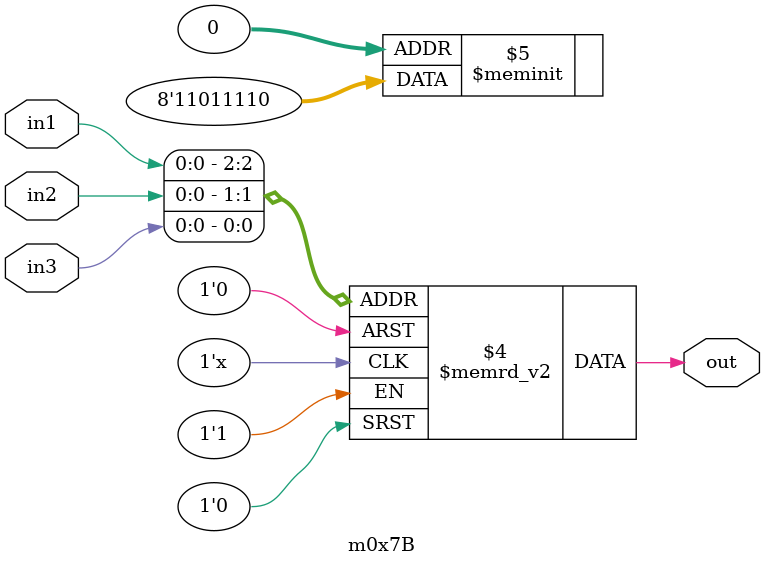
<source format=v>
module m0x7B(output out, input in1, in2, in3);

   always @(in1, in2, in3)
     begin
        case({in1, in2, in3})
          3'b000: {out} = 1'b0;
          3'b001: {out} = 1'b1;
          3'b010: {out} = 1'b1;
          3'b011: {out} = 1'b1;
          3'b100: {out} = 1'b1;
          3'b101: {out} = 1'b0;
          3'b110: {out} = 1'b1;
          3'b111: {out} = 1'b1;
        endcase // case ({in1, in2, in3})
     end // always @ (in1, in2, in3)

endmodule // m0x7B
</source>
